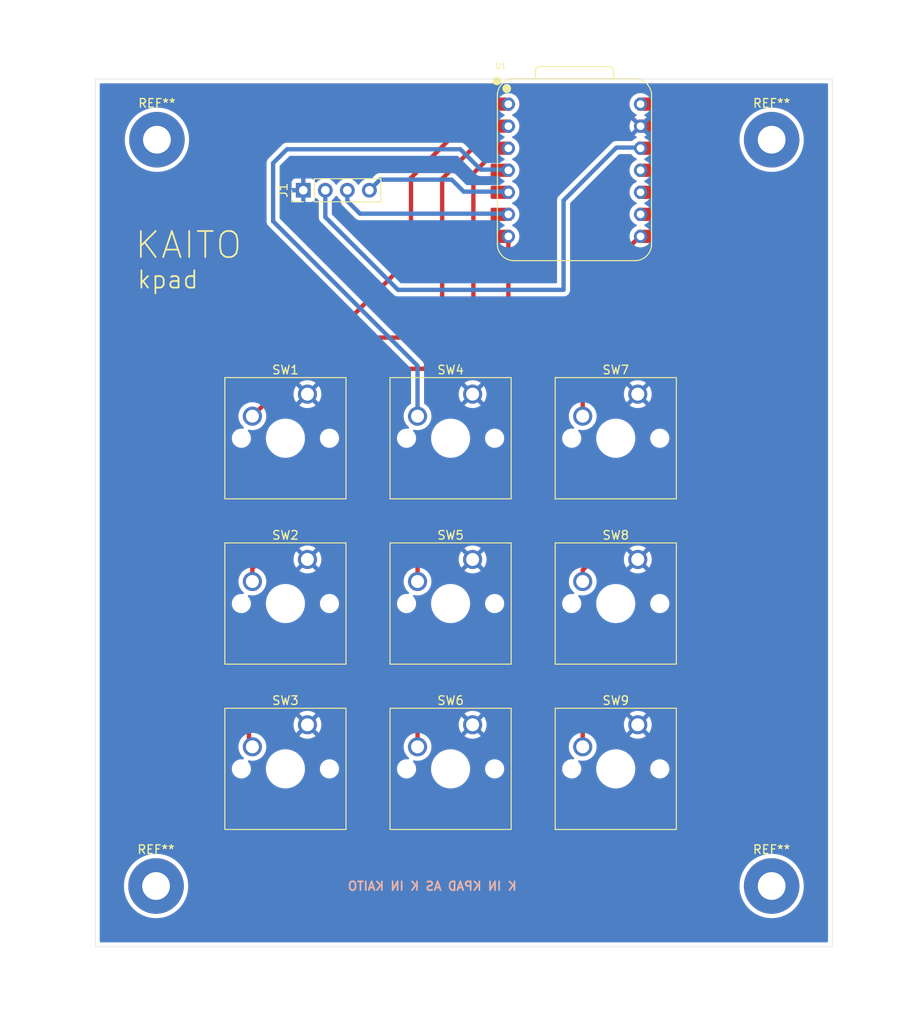
<source format=kicad_pcb>
(kicad_pcb (version 20240108) (generator "pcbnew") (generator_version "8.0")
  (layers (0 "F.Cu" signal) (31 "B.Cu" signal) (34 "B.Paste" user) (35 "F.Paste" user) (36 "B.SilkS" user "B.Silkscreen") (37 "F.SilkS" user "F.Silkscreen") (38 "B.Mask" user) (39 "F.Mask" user) (44 "Edge.Cuts" user))
  (net 0 "")
  (net 1 "/scl")
  (net 2 "/3.3v")
  (net 3 "/sda")
  (net 4 "GND")
  (net 5 "/1")
  (net 6 "/2")
  (net 7 "/3")
  (net 8 "/4")
  (net 9 "/5")
  (net 10 "/6")
  (net 11 "/7")
  (net 12 "/9")
  (net 13 "/8")
  (net 14 "+5V")
  (footprint "MountingHole:MountingHole_3.2mm_M3_Pad_TopBottom" (layer "F.Cu") (at 168 127.8)
    (property "Reference" "REF**" (at 0 -4.2 0) (layer "F.SilkS"))
    (property "Value" "MountingHole_3.2mm_M3_Pad_TopBottom")
    (pad "1" thru_hole circle (at 0 0) (size 3.6 3.6) (drill 3.2) (layers "*.Cu" "*.Mask" "In1.Cu" "In2.Cu" "In3.Cu" "In4.Cu" "In5.Cu" "In6.Cu" "In7.Cu" "In8.Cu" "In9.Cu" "In10.Cu" "In11.Cu" "In12.Cu" "In13.Cu" "In14.Cu" "In15.Cu" "In16.Cu" "In17.Cu" "In18.Cu" "In19.Cu" "In20.Cu" "In21.Cu" "In22.Cu" "In23.Cu" "In24.Cu" "In25.Cu" "In26.Cu" "In27.Cu" "In28.Cu" "In29.Cu" "In30.Cu"))
    (pad "1" connect circle (at 0 0) (size 6.4 6.4) (layers "F.Cu" "F.Mask"))
    (pad "1" connect circle (at 0 0) (size 6.4 6.4) (layers "B.Cu" "B.Mask"))
  )
  (footprint "Button_Switch_Keyboard:SW_Cherry_MX_1.00u_PCB" (layer "F.Cu") (at 152.55875 90.17)
    (property "Reference" "SW8" (at -2.54 -2.794 0) (layer "F.SilkS"))
    (property "Value" "SW_Push")
    (pad "" np_thru_hole circle (at -7.62 5.08) (size 1.7 1.7) (drill 1.7) (layers "*.Cu" "*.Mask" "In1.Cu" "In2.Cu" "In3.Cu" "In4.Cu" "In5.Cu" "In6.Cu" "In7.Cu" "In8.Cu" "In9.Cu" "In10.Cu" "In11.Cu" "In12.Cu" "In13.Cu" "In14.Cu" "In15.Cu" "In16.Cu" "In17.Cu" "In18.Cu" "In19.Cu" "In20.Cu" "In21.Cu" "In22.Cu" "In23.Cu" "In24.Cu" "In25.Cu" "In26.Cu" "In27.Cu" "In28.Cu" "In29.Cu" "In30.Cu"))
    (pad "" np_thru_hole circle (at -2.54 5.08) (size 4 4) (drill 4) (layers "*.Cu" "*.Mask" "In1.Cu" "In2.Cu" "In3.Cu" "In4.Cu" "In5.Cu" "In6.Cu" "In7.Cu" "In8.Cu" "In9.Cu" "In10.Cu" "In11.Cu" "In12.Cu" "In13.Cu" "In14.Cu" "In15.Cu" "In16.Cu" "In17.Cu" "In18.Cu" "In19.Cu" "In20.Cu" "In21.Cu" "In22.Cu" "In23.Cu" "In24.Cu" "In25.Cu" "In26.Cu" "In27.Cu" "In28.Cu" "In29.Cu" "In30.Cu"))
    (pad "" np_thru_hole circle (at 2.54 5.08) (size 1.7 1.7) (drill 1.7) (layers "*.Cu" "*.Mask" "In1.Cu" "In2.Cu" "In3.Cu" "In4.Cu" "In5.Cu" "In6.Cu" "In7.Cu" "In8.Cu" "In9.Cu" "In10.Cu" "In11.Cu" "In12.Cu" "In13.Cu" "In14.Cu" "In15.Cu" "In16.Cu" "In17.Cu" "In18.Cu" "In19.Cu" "In20.Cu" "In21.Cu" "In22.Cu" "In23.Cu" "In24.Cu" "In25.Cu" "In26.Cu" "In27.Cu" "In28.Cu" "In29.Cu" "In30.Cu"))
    (pad "1" thru_hole circle (at 0 0) (size 2.2 2.2) (drill 1.5) (layers "*.Cu" "*.Mask" "In1.Cu" "In2.Cu" "In3.Cu" "In4.Cu" "In5.Cu" "In6.Cu" "In7.Cu" "In8.Cu" "In9.Cu" "In10.Cu" "In11.Cu" "In12.Cu" "In13.Cu" "In14.Cu" "In15.Cu" "In16.Cu" "In17.Cu" "In18.Cu" "In19.Cu" "In20.Cu" "In21.Cu" "In22.Cu" "In23.Cu" "In24.Cu" "In25.Cu" "In26.Cu" "In27.Cu" "In28.Cu" "In29.Cu" "In30.Cu") (net 4 "GND"))
    (pad "2" thru_hole circle (at -6.35 2.54) (size 2.2 2.2) (drill 1.5) (layers "*.Cu" "*.Mask" "In1.Cu" "In2.Cu" "In3.Cu" "In4.Cu" "In5.Cu" "In6.Cu" "In7.Cu" "In8.Cu" "In9.Cu" "In10.Cu" "In11.Cu" "In12.Cu" "In13.Cu" "In14.Cu" "In15.Cu" "In16.Cu" "In17.Cu" "In18.Cu" "In19.Cu" "In20.Cu" "In21.Cu" "In22.Cu" "In23.Cu" "In24.Cu" "In25.Cu" "In26.Cu" "In27.Cu" "In28.Cu" "In29.Cu" "In30.Cu") (net 13 "/8"))
  )
  (footprint "Button_Switch_Keyboard:SW_Cherry_MX_1.00u_PCB" (layer "F.Cu") (at 133.50875 90.17)
    (property "Reference" "SW5" (at -2.54 -2.794 0) (layer "F.SilkS"))
    (property "Value" "SW_Push")
    (pad "" np_thru_hole circle (at -7.62 5.08) (size 1.7 1.7) (drill 1.7) (layers "*.Cu" "*.Mask" "In1.Cu" "In2.Cu" "In3.Cu" "In4.Cu" "In5.Cu" "In6.Cu" "In7.Cu" "In8.Cu" "In9.Cu" "In10.Cu" "In11.Cu" "In12.Cu" "In13.Cu" "In14.Cu" "In15.Cu" "In16.Cu" "In17.Cu" "In18.Cu" "In19.Cu" "In20.Cu" "In21.Cu" "In22.Cu" "In23.Cu" "In24.Cu" "In25.Cu" "In26.Cu" "In27.Cu" "In28.Cu" "In29.Cu" "In30.Cu"))
    (pad "" np_thru_hole circle (at -2.54 5.08) (size 4 4) (drill 4) (layers "*.Cu" "*.Mask" "In1.Cu" "In2.Cu" "In3.Cu" "In4.Cu" "In5.Cu" "In6.Cu" "In7.Cu" "In8.Cu" "In9.Cu" "In10.Cu" "In11.Cu" "In12.Cu" "In13.Cu" "In14.Cu" "In15.Cu" "In16.Cu" "In17.Cu" "In18.Cu" "In19.Cu" "In20.Cu" "In21.Cu" "In22.Cu" "In23.Cu" "In24.Cu" "In25.Cu" "In26.Cu" "In27.Cu" "In28.Cu" "In29.Cu" "In30.Cu"))
    (pad "" np_thru_hole circle (at 2.54 5.08) (size 1.7 1.7) (drill 1.7) (layers "*.Cu" "*.Mask" "In1.Cu" "In2.Cu" "In3.Cu" "In4.Cu" "In5.Cu" "In6.Cu" "In7.Cu" "In8.Cu" "In9.Cu" "In10.Cu" "In11.Cu" "In12.Cu" "In13.Cu" "In14.Cu" "In15.Cu" "In16.Cu" "In17.Cu" "In18.Cu" "In19.Cu" "In20.Cu" "In21.Cu" "In22.Cu" "In23.Cu" "In24.Cu" "In25.Cu" "In26.Cu" "In27.Cu" "In28.Cu" "In29.Cu" "In30.Cu"))
    (pad "1" thru_hole circle (at 0 0) (size 2.2 2.2) (drill 1.5) (layers "*.Cu" "*.Mask" "In1.Cu" "In2.Cu" "In3.Cu" "In4.Cu" "In5.Cu" "In6.Cu" "In7.Cu" "In8.Cu" "In9.Cu" "In10.Cu" "In11.Cu" "In12.Cu" "In13.Cu" "In14.Cu" "In15.Cu" "In16.Cu" "In17.Cu" "In18.Cu" "In19.Cu" "In20.Cu" "In21.Cu" "In22.Cu" "In23.Cu" "In24.Cu" "In25.Cu" "In26.Cu" "In27.Cu" "In28.Cu" "In29.Cu" "In30.Cu") (net 4 "GND"))
    (pad "2" thru_hole circle (at -6.35 2.54) (size 2.2 2.2) (drill 1.5) (layers "*.Cu" "*.Mask" "In1.Cu" "In2.Cu" "In3.Cu" "In4.Cu" "In5.Cu" "In6.Cu" "In7.Cu" "In8.Cu" "In9.Cu" "In10.Cu" "In11.Cu" "In12.Cu" "In13.Cu" "In14.Cu" "In15.Cu" "In16.Cu" "In17.Cu" "In18.Cu" "In19.Cu" "In20.Cu" "In21.Cu" "In22.Cu" "In23.Cu" "In24.Cu" "In25.Cu" "In26.Cu" "In27.Cu" "In28.Cu" "In29.Cu" "In30.Cu") (net 9 "/5"))
  )
  (footprint "Button_Switch_Keyboard:SW_Cherry_MX_1.00u_PCB" (layer "F.Cu") (at 133.50875 71.12)
    (property "Reference" "SW4" (at -2.54 -2.794 0) (layer "F.SilkS"))
    (property "Value" "SW_Push")
    (pad "" np_thru_hole circle (at -7.62 5.08) (size 1.7 1.7) (drill 1.7) (layers "*.Cu" "*.Mask" "In1.Cu" "In2.Cu" "In3.Cu" "In4.Cu" "In5.Cu" "In6.Cu" "In7.Cu" "In8.Cu" "In9.Cu" "In10.Cu" "In11.Cu" "In12.Cu" "In13.Cu" "In14.Cu" "In15.Cu" "In16.Cu" "In17.Cu" "In18.Cu" "In19.Cu" "In20.Cu" "In21.Cu" "In22.Cu" "In23.Cu" "In24.Cu" "In25.Cu" "In26.Cu" "In27.Cu" "In28.Cu" "In29.Cu" "In30.Cu"))
    (pad "" np_thru_hole circle (at -2.54 5.08) (size 4 4) (drill 4) (layers "*.Cu" "*.Mask" "In1.Cu" "In2.Cu" "In3.Cu" "In4.Cu" "In5.Cu" "In6.Cu" "In7.Cu" "In8.Cu" "In9.Cu" "In10.Cu" "In11.Cu" "In12.Cu" "In13.Cu" "In14.Cu" "In15.Cu" "In16.Cu" "In17.Cu" "In18.Cu" "In19.Cu" "In20.Cu" "In21.Cu" "In22.Cu" "In23.Cu" "In24.Cu" "In25.Cu" "In26.Cu" "In27.Cu" "In28.Cu" "In29.Cu" "In30.Cu"))
    (pad "" np_thru_hole circle (at 2.54 5.08) (size 1.7 1.7) (drill 1.7) (layers "*.Cu" "*.Mask" "In1.Cu" "In2.Cu" "In3.Cu" "In4.Cu" "In5.Cu" "In6.Cu" "In7.Cu" "In8.Cu" "In9.Cu" "In10.Cu" "In11.Cu" "In12.Cu" "In13.Cu" "In14.Cu" "In15.Cu" "In16.Cu" "In17.Cu" "In18.Cu" "In19.Cu" "In20.Cu" "In21.Cu" "In22.Cu" "In23.Cu" "In24.Cu" "In25.Cu" "In26.Cu" "In27.Cu" "In28.Cu" "In29.Cu" "In30.Cu"))
    (pad "1" thru_hole circle (at 0 0) (size 2.2 2.2) (drill 1.5) (layers "*.Cu" "*.Mask" "In1.Cu" "In2.Cu" "In3.Cu" "In4.Cu" "In5.Cu" "In6.Cu" "In7.Cu" "In8.Cu" "In9.Cu" "In10.Cu" "In11.Cu" "In12.Cu" "In13.Cu" "In14.Cu" "In15.Cu" "In16.Cu" "In17.Cu" "In18.Cu" "In19.Cu" "In20.Cu" "In21.Cu" "In22.Cu" "In23.Cu" "In24.Cu" "In25.Cu" "In26.Cu" "In27.Cu" "In28.Cu" "In29.Cu" "In30.Cu") (net 4 "GND"))
    (pad "2" thru_hole circle (at -6.35 2.54) (size 2.2 2.2) (drill 1.5) (layers "*.Cu" "*.Mask" "In1.Cu" "In2.Cu" "In3.Cu" "In4.Cu" "In5.Cu" "In6.Cu" "In7.Cu" "In8.Cu" "In9.Cu" "In10.Cu" "In11.Cu" "In12.Cu" "In13.Cu" "In14.Cu" "In15.Cu" "In16.Cu" "In17.Cu" "In18.Cu" "In19.Cu" "In20.Cu" "In21.Cu" "In22.Cu" "In23.Cu" "In24.Cu" "In25.Cu" "In26.Cu" "In27.Cu" "In28.Cu" "In29.Cu" "In30.Cu") (net 8 "/4"))
  )
  (footprint "Button_Switch_Keyboard:SW_Cherry_MX_1.00u_PCB" (layer "F.Cu") (at 152.55875 109.22)
    (property "Reference" "SW9" (at -2.54 -2.794 0) (layer "F.SilkS"))
    (property "Value" "SW_Push" (hide yes))
    (pad "" np_thru_hole circle (at -7.62 5.08) (size 1.7 1.7) (drill 1.7) (layers "*.Cu" "*.Mask" "In1.Cu" "In2.Cu" "In3.Cu" "In4.Cu" "In5.Cu" "In6.Cu" "In7.Cu" "In8.Cu" "In9.Cu" "In10.Cu" "In11.Cu" "In12.Cu" "In13.Cu" "In14.Cu" "In15.Cu" "In16.Cu" "In17.Cu" "In18.Cu" "In19.Cu" "In20.Cu" "In21.Cu" "In22.Cu" "In23.Cu" "In24.Cu" "In25.Cu" "In26.Cu" "In27.Cu" "In28.Cu" "In29.Cu" "In30.Cu"))
    (pad "" np_thru_hole circle (at -2.54 5.08) (size 4 4) (drill 4) (layers "*.Cu" "*.Mask" "In1.Cu" "In2.Cu" "In3.Cu" "In4.Cu" "In5.Cu" "In6.Cu" "In7.Cu" "In8.Cu" "In9.Cu" "In10.Cu" "In11.Cu" "In12.Cu" "In13.Cu" "In14.Cu" "In15.Cu" "In16.Cu" "In17.Cu" "In18.Cu" "In19.Cu" "In20.Cu" "In21.Cu" "In22.Cu" "In23.Cu" "In24.Cu" "In25.Cu" "In26.Cu" "In27.Cu" "In28.Cu" "In29.Cu" "In30.Cu"))
    (pad "" np_thru_hole circle (at 2.54 5.08) (size 1.7 1.7) (drill 1.7) (layers "*.Cu" "*.Mask" "In1.Cu" "In2.Cu" "In3.Cu" "In4.Cu" "In5.Cu" "In6.Cu" "In7.Cu" "In8.Cu" "In9.Cu" "In10.Cu" "In11.Cu" "In12.Cu" "In13.Cu" "In14.Cu" "In15.Cu" "In16.Cu" "In17.Cu" "In18.Cu" "In19.Cu" "In20.Cu" "In21.Cu" "In22.Cu" "In23.Cu" "In24.Cu" "In25.Cu" "In26.Cu" "In27.Cu" "In28.Cu" "In29.Cu" "In30.Cu"))
    (pad "1" thru_hole circle (at 0 0) (size 2.2 2.2) (drill 1.5) (layers "*.Cu" "*.Mask" "In1.Cu" "In2.Cu" "In3.Cu" "In4.Cu" "In5.Cu" "In6.Cu" "In7.Cu" "In8.Cu" "In9.Cu" "In10.Cu" "In11.Cu" "In12.Cu" "In13.Cu" "In14.Cu" "In15.Cu" "In16.Cu" "In17.Cu" "In18.Cu" "In19.Cu" "In20.Cu" "In21.Cu" "In22.Cu" "In23.Cu" "In24.Cu" "In25.Cu" "In26.Cu" "In27.Cu" "In28.Cu" "In29.Cu" "In30.Cu") (net 4 "GND"))
    (pad "2" thru_hole circle (at -6.35 2.54) (size 2.2 2.2) (drill 1.5) (layers "*.Cu" "*.Mask" "In1.Cu" "In2.Cu" "In3.Cu" "In4.Cu" "In5.Cu" "In6.Cu" "In7.Cu" "In8.Cu" "In9.Cu" "In10.Cu" "In11.Cu" "In12.Cu" "In13.Cu" "In14.Cu" "In15.Cu" "In16.Cu" "In17.Cu" "In18.Cu" "In19.Cu" "In20.Cu" "In21.Cu" "In22.Cu" "In23.Cu" "In24.Cu" "In25.Cu" "In26.Cu" "In27.Cu" "In28.Cu" "In29.Cu" "In30.Cu") (net 12 "/9"))
  )
  (footprint "opl lib:XIAO-RP2040-DIP" (layer "F.Cu") (at 145.25625 45.32)
    (property "Reference" "U1" (at -8.5 -12 0) (layer "F.SilkS") (effects (font (size 0.635 0.635) (thickness 0.1016))))
    (property "Value" "XIAO-RP2040-DIP")
    (pad "1" smd roundrect (at -8.455 -7.62 180) (size 2.432 1.524) (layers "F.Cu" "F.Mask") (roundrect_rratio 0.1) (net 5 "/1"))
    (pad "1" thru_hole circle (at -7.62 -7.62 180) (size 1.524 1.524) (drill 0.889) (layers "*.Cu" "*.Mask" "In1.Cu" "In2.Cu" "In3.Cu" "In4.Cu" "In5.Cu" "In6.Cu" "In7.Cu" "In8.Cu" "In9.Cu" "In10.Cu" "In11.Cu" "In12.Cu" "In13.Cu" "In14.Cu" "In15.Cu" "In16.Cu" "In17.Cu" "In18.Cu" "In19.Cu" "In20.Cu" "In21.Cu" "In22.Cu" "In23.Cu" "In24.Cu" "In25.Cu" "In26.Cu" "In27.Cu" "In28.Cu" "In29.Cu" "In30.Cu") (net 5 "/1"))
    (pad "2" smd roundrect (at -8.455 -5.08 180) (size 2.432 1.524) (layers "F.Cu" "F.Mask") (roundrect_rratio 0.1) (net 6 "/2"))
    (pad "2" thru_hole circle (at -7.62 -5.08 180) (size 1.524 1.524) (drill 0.889) (layers "*.Cu" "*.Mask" "In1.Cu" "In2.Cu" "In3.Cu" "In4.Cu" "In5.Cu" "In6.Cu" "In7.Cu" "In8.Cu" "In9.Cu" "In10.Cu" "In11.Cu" "In12.Cu" "In13.Cu" "In14.Cu" "In15.Cu" "In16.Cu" "In17.Cu" "In18.Cu" "In19.Cu" "In20.Cu" "In21.Cu" "In22.Cu" "In23.Cu" "In24.Cu" "In25.Cu" "In26.Cu" "In27.Cu" "In28.Cu" "In29.Cu" "In30.Cu") (net 6 "/2"))
    (pad "3" smd roundrect (at -8.455 -2.54 180) (size 2.432 1.524) (layers "F.Cu" "F.Mask") (roundrect_rratio 0.1) (net 7 "/3"))
    (pad "3" thru_hole circle (at -7.62 -2.54 180) (size 1.524 1.524) (drill 0.889) (layers "*.Cu" "*.Mask" "In1.Cu" "In2.Cu" "In3.Cu" "In4.Cu" "In5.Cu" "In6.Cu" "In7.Cu" "In8.Cu" "In9.Cu" "In10.Cu" "In11.Cu" "In12.Cu" "In13.Cu" "In14.Cu" "In15.Cu" "In16.Cu" "In17.Cu" "In18.Cu" "In19.Cu" "In20.Cu" "In21.Cu" "In22.Cu" "In23.Cu" "In24.Cu" "In25.Cu" "In26.Cu" "In27.Cu" "In28.Cu" "In29.Cu" "In30.Cu") (net 7 "/3"))
    (pad "4" smd roundrect (at -8.455 0 180) (size 2.432 1.524) (layers "F.Cu" "F.Mask") (roundrect_rratio 0.1) (net 8 "/4"))
    (pad "4" thru_hole circle (at -7.62 0 180) (size 1.524 1.524) (drill 0.889) (layers "*.Cu" "*.Mask" "In1.Cu" "In2.Cu" "In3.Cu" "In4.Cu" "In5.Cu" "In6.Cu" "In7.Cu" "In8.Cu" "In9.Cu" "In10.Cu" "In11.Cu" "In12.Cu" "In13.Cu" "In14.Cu" "In15.Cu" "In16.Cu" "In17.Cu" "In18.Cu" "In19.Cu" "In20.Cu" "In21.Cu" "In22.Cu" "In23.Cu" "In24.Cu" "In25.Cu" "In26.Cu" "In27.Cu" "In28.Cu" "In29.Cu" "In30.Cu") (net 8 "/4"))
    (pad "5" smd roundrect (at -8.455 2.54 180) (size 2.432 1.524) (layers "F.Cu" "F.Mask") (roundrect_rratio 0.1) (net 3 "/sda"))
    (pad "5" thru_hole circle (at -7.62 2.54 180) (size 1.524 1.524) (drill 0.889) (layers "*.Cu" "*.Mask" "In1.Cu" "In2.Cu" "In3.Cu" "In4.Cu" "In5.Cu" "In6.Cu" "In7.Cu" "In8.Cu" "In9.Cu" "In10.Cu" "In11.Cu" "In12.Cu" "In13.Cu" "In14.Cu" "In15.Cu" "In16.Cu" "In17.Cu" "In18.Cu" "In19.Cu" "In20.Cu" "In21.Cu" "In22.Cu" "In23.Cu" "In24.Cu" "In25.Cu" "In26.Cu" "In27.Cu" "In28.Cu" "In29.Cu" "In30.Cu") (net 3 "/sda"))
    (pad "6" smd roundrect (at -8.455 5.08 180) (size 2.432 1.524) (layers "F.Cu" "F.Mask") (roundrect_rratio 0.1) (net 1 "/scl"))
    (pad "6" thru_hole circle (at -7.62 5.08 180) (size 1.524 1.524) (drill 0.889) (layers "*.Cu" "*.Mask" "In1.Cu" "In2.Cu" "In3.Cu" "In4.Cu" "In5.Cu" "In6.Cu" "In7.Cu" "In8.Cu" "In9.Cu" "In10.Cu" "In11.Cu" "In12.Cu" "In13.Cu" "In14.Cu" "In15.Cu" "In16.Cu" "In17.Cu" "In18.Cu" "In19.Cu" "In20.Cu" "In21.Cu" "In22.Cu" "In23.Cu" "In24.Cu" "In25.Cu" "In26.Cu" "In27.Cu" "In28.Cu" "In29.Cu" "In30.Cu") (net 1 "/scl"))
    (pad "7" smd roundrect (at -8.455 7.62 180) (size 2.432 1.524) (layers "F.Cu" "F.Mask") (roundrect_rratio 0.1) (net 9 "/5"))
    (pad "7" thru_hole circle (at -7.62 7.62 180) (size 1.524 1.524) (drill 0.889) (layers "*.Cu" "*.Mask" "In1.Cu" "In2.Cu" "In3.Cu" "In4.Cu" "In5.Cu" "In6.Cu" "In7.Cu" "In8.Cu" "In9.Cu" "In10.Cu" "In11.Cu" "In12.Cu" "In13.Cu" "In14.Cu" "In15.Cu" "In16.Cu" "In17.Cu" "In18.Cu" "In19.Cu" "In20.Cu" "In21.Cu" "In22.Cu" "In23.Cu" "In24.Cu" "In25.Cu" "In26.Cu" "In27.Cu" "In28.Cu" "In29.Cu" "In30.Cu") (net 9 "/5"))
    (pad "8" thru_hole circle (at 7.62 7.62) (size 1.524 1.524) (drill 0.889) (layers "*.Cu" "*.Mask" "In1.Cu" "In2.Cu" "In3.Cu" "In4.Cu" "In5.Cu" "In6.Cu" "In7.Cu" "In8.Cu" "In9.Cu" "In10.Cu" "In11.Cu" "In12.Cu" "In13.Cu" "In14.Cu" "In15.Cu" "In16.Cu" "In17.Cu" "In18.Cu" "In19.Cu" "In20.Cu" "In21.Cu" "In22.Cu" "In23.Cu" "In24.Cu" "In25.Cu" "In26.Cu" "In27.Cu" "In28.Cu" "In29.Cu" "In30.Cu") (net 10 "/6"))
    (pad "8" smd roundrect (at 8.455 7.62) (size 2.432 1.524) (layers "F.Cu" "F.Mask") (roundrect_rratio 0.1) (net 10 "/6"))
    (pad "9" thru_hole circle (at 7.62 5.08) (size 1.524 1.524) (drill 0.889) (layers "*.Cu" "*.Mask" "In1.Cu" "In2.Cu" "In3.Cu" "In4.Cu" "In5.Cu" "In6.Cu" "In7.Cu" "In8.Cu" "In9.Cu" "In10.Cu" "In11.Cu" "In12.Cu" "In13.Cu" "In14.Cu" "In15.Cu" "In16.Cu" "In17.Cu" "In18.Cu" "In19.Cu" "In20.Cu" "In21.Cu" "In22.Cu" "In23.Cu" "In24.Cu" "In25.Cu" "In26.Cu" "In27.Cu" "In28.Cu" "In29.Cu" "In30.Cu") (net 11 "/7"))
    (pad "9" smd roundrect (at 8.455 5.08) (size 2.432 1.524) (layers "F.Cu" "F.Mask") (roundrect_rratio 0.1) (net 11 "/7"))
    (pad "10" thru_hole circle (at 7.62 2.54) (size 1.524 1.524) (drill 0.889) (layers "*.Cu" "*.Mask" "In1.Cu" "In2.Cu" "In3.Cu" "In4.Cu" "In5.Cu" "In6.Cu" "In7.Cu" "In8.Cu" "In9.Cu" "In10.Cu" "In11.Cu" "In12.Cu" "In13.Cu" "In14.Cu" "In15.Cu" "In16.Cu" "In17.Cu" "In18.Cu" "In19.Cu" "In20.Cu" "In21.Cu" "In22.Cu" "In23.Cu" "In24.Cu" "In25.Cu" "In26.Cu" "In27.Cu" "In28.Cu" "In29.Cu" "In30.Cu") (net 13 "/8"))
    (pad "10" smd roundrect (at 8.455 2.54) (size 2.432 1.524) (layers "F.Cu" "F.Mask") (roundrect_rratio 0.1) (net 13 "/8"))
    (pad "11" thru_hole circle (at 7.62 0) (size 1.524 1.524) (drill 0.889) (layers "*.Cu" "*.Mask" "In1.Cu" "In2.Cu" "In3.Cu" "In4.Cu" "In5.Cu" "In6.Cu" "In7.Cu" "In8.Cu" "In9.Cu" "In10.Cu" "In11.Cu" "In12.Cu" "In13.Cu" "In14.Cu" "In15.Cu" "In16.Cu" "In17.Cu" "In18.Cu" "In19.Cu" "In20.Cu" "In21.Cu" "In22.Cu" "In23.Cu" "In24.Cu" "In25.Cu" "In26.Cu" "In27.Cu" "In28.Cu" "In29.Cu" "In30.Cu") (net 12 "/9"))
    (pad "11" smd roundrect (at 8.455 0) (size 2.432 1.524) (layers "F.Cu" "F.Mask") (roundrect_rratio 0.1) (net 12 "/9"))
    (pad "12" thru_hole circle (at 7.62 -2.54) (size 1.524 1.524) (drill 0.889) (layers "*.Cu" "*.Mask" "In1.Cu" "In2.Cu" "In3.Cu" "In4.Cu" "In5.Cu" "In6.Cu" "In7.Cu" "In8.Cu" "In9.Cu" "In10.Cu" "In11.Cu" "In12.Cu" "In13.Cu" "In14.Cu" "In15.Cu" "In16.Cu" "In17.Cu" "In18.Cu" "In19.Cu" "In20.Cu" "In21.Cu" "In22.Cu" "In23.Cu" "In24.Cu" "In25.Cu" "In26.Cu" "In27.Cu" "In28.Cu" "In29.Cu" "In30.Cu") (net 2 "/3.3v"))
    (pad "12" smd roundrect (at 8.455 -2.54) (size 2.432 1.524) (layers "F.Cu" "F.Mask") (roundrect_rratio 0.1) (net 2 "/3.3v"))
    (pad "13" thru_hole circle (at 7.62 -5.08) (size 1.524 1.524) (drill 0.889) (layers "*.Cu" "*.Mask" "In1.Cu" "In2.Cu" "In3.Cu" "In4.Cu" "In5.Cu" "In6.Cu" "In7.Cu" "In8.Cu" "In9.Cu" "In10.Cu" "In11.Cu" "In12.Cu" "In13.Cu" "In14.Cu" "In15.Cu" "In16.Cu" "In17.Cu" "In18.Cu" "In19.Cu" "In20.Cu" "In21.Cu" "In22.Cu" "In23.Cu" "In24.Cu" "In25.Cu" "In26.Cu" "In27.Cu" "In28.Cu" "In29.Cu" "In30.Cu") (net 4 "GND"))
    (pad "13" smd roundrect (at 8.455 -5.08) (size 2.432 1.524) (layers "F.Cu" "F.Mask") (roundrect_rratio 0.1) (net 4 "GND"))
    (pad "14" thru_hole circle (at 7.62 -7.62) (size 1.524 1.524) (drill 0.889) (layers "*.Cu" "*.Mask" "In1.Cu" "In2.Cu" "In3.Cu" "In4.Cu" "In5.Cu" "In6.Cu" "In7.Cu" "In8.Cu" "In9.Cu" "In10.Cu" "In11.Cu" "In12.Cu" "In13.Cu" "In14.Cu" "In15.Cu" "In16.Cu" "In17.Cu" "In18.Cu" "In19.Cu" "In20.Cu" "In21.Cu" "In22.Cu" "In23.Cu" "In24.Cu" "In25.Cu" "In26.Cu" "In27.Cu" "In28.Cu" "In29.Cu" "In30.Cu") (net 14 "+5V"))
    (pad "14" smd roundrect (at 8.455 -7.62) (size 2.432 1.524) (layers "F.Cu" "F.Mask") (roundrect_rratio 0.1) (net 14 "+5V"))
  )
  (footprint "Button_Switch_Keyboard:SW_Cherry_MX_1.00u_PCB" (layer "F.Cu") (at 152.55875 71.12)
    (property "Reference" "SW7" (at -2.54 -2.794 0) (layer "F.SilkS"))
    (property "Value" "SW_Push")
    (pad "" np_thru_hole circle (at -7.62 5.08) (size 1.7 1.7) (drill 1.7) (layers "*.Cu" "*.Mask" "In1.Cu" "In2.Cu" "In3.Cu" "In4.Cu" "In5.Cu" "In6.Cu" "In7.Cu" "In8.Cu" "In9.Cu" "In10.Cu" "In11.Cu" "In12.Cu" "In13.Cu" "In14.Cu" "In15.Cu" "In16.Cu" "In17.Cu" "In18.Cu" "In19.Cu" "In20.Cu" "In21.Cu" "In22.Cu" "In23.Cu" "In24.Cu" "In25.Cu" "In26.Cu" "In27.Cu" "In28.Cu" "In29.Cu" "In30.Cu"))
    (pad "" np_thru_hole circle (at -2.54 5.08) (size 4 4) (drill 4) (layers "*.Cu" "*.Mask" "In1.Cu" "In2.Cu" "In3.Cu" "In4.Cu" "In5.Cu" "In6.Cu" "In7.Cu" "In8.Cu" "In9.Cu" "In10.Cu" "In11.Cu" "In12.Cu" "In13.Cu" "In14.Cu" "In15.Cu" "In16.Cu" "In17.Cu" "In18.Cu" "In19.Cu" "In20.Cu" "In21.Cu" "In22.Cu" "In23.Cu" "In24.Cu" "In25.Cu" "In26.Cu" "In27.Cu" "In28.Cu" "In29.Cu" "In30.Cu"))
    (pad "" np_thru_hole circle (at 2.54 5.08) (size 1.7 1.7) (drill 1.7) (layers "*.Cu" "*.Mask" "In1.Cu" "In2.Cu" "In3.Cu" "In4.Cu" "In5.Cu" "In6.Cu" "In7.Cu" "In8.Cu" "In9.Cu" "In10.Cu" "In11.Cu" "In12.Cu" "In13.Cu" "In14.Cu" "In15.Cu" "In16.Cu" "In17.Cu" "In18.Cu" "In19.Cu" "In20.Cu" "In21.Cu" "In22.Cu" "In23.Cu" "In24.Cu" "In25.Cu" "In26.Cu" "In27.Cu" "In28.Cu" "In29.Cu" "In30.Cu"))
    (pad "1" thru_hole circle (at 0 0) (size 2.2 2.2) (drill 1.5) (layers "*.Cu" "*.Mask" "In1.Cu" "In2.Cu" "In3.Cu" "In4.Cu" "In5.Cu" "In6.Cu" "In7.Cu" "In8.Cu" "In9.Cu" "In10.Cu" "In11.Cu" "In12.Cu" "In13.Cu" "In14.Cu" "In15.Cu" "In16.Cu" "In17.Cu" "In18.Cu" "In19.Cu" "In20.Cu" "In21.Cu" "In22.Cu" "In23.Cu" "In24.Cu" "In25.Cu" "In26.Cu" "In27.Cu" "In28.Cu" "In29.Cu" "In30.Cu") (net 4 "GND"))
    (pad "2" thru_hole circle (at -6.35 2.54) (size 2.2 2.2) (drill 1.5) (layers "*.Cu" "*.Mask" "In1.Cu" "In2.Cu" "In3.Cu" "In4.Cu" "In5.Cu" "In6.Cu" "In7.Cu" "In8.Cu" "In9.Cu" "In10.Cu" "In11.Cu" "In12.Cu" "In13.Cu" "In14.Cu" "In15.Cu" "In16.Cu" "In17.Cu" "In18.Cu" "In19.Cu" "In20.Cu" "In21.Cu" "In22.Cu" "In23.Cu" "In24.Cu" "In25.Cu" "In26.Cu" "In27.Cu" "In28.Cu" "In29.Cu" "In30.Cu") (net 11 "/7"))
  )
  (footprint "Button_Switch_Keyboard:SW_Cherry_MX_1.00u_PCB" (layer "F.Cu") (at 114.45875 71.12)
    (property "Reference" "SW1" (at -2.54 -2.794 0) (layer "F.SilkS"))
    (property "Value" "SW_Push")
    (pad "" np_thru_hole circle (at -7.62 5.08) (size 1.7 1.7) (drill 1.7) (layers "*.Cu" "*.Mask" "In1.Cu" "In2.Cu" "In3.Cu" "In4.Cu" "In5.Cu" "In6.Cu" "In7.Cu" "In8.Cu" "In9.Cu" "In10.Cu" "In11.Cu" "In12.Cu" "In13.Cu" "In14.Cu" "In15.Cu" "In16.Cu" "In17.Cu" "In18.Cu" "In19.Cu" "In20.Cu" "In21.Cu" "In22.Cu" "In23.Cu" "In24.Cu" "In25.Cu" "In26.Cu" "In27.Cu" "In28.Cu" "In29.Cu" "In30.Cu"))
    (pad "" np_thru_hole circle (at -2.54 5.08) (size 4 4) (drill 4) (layers "*.Cu" "*.Mask" "In1.Cu" "In2.Cu" "In3.Cu" "In4.Cu" "In5.Cu" "In6.Cu" "In7.Cu" "In8.Cu" "In9.Cu" "In10.Cu" "In11.Cu" "In12.Cu" "In13.Cu" "In14.Cu" "In15.Cu" "In16.Cu" "In17.Cu" "In18.Cu" "In19.Cu" "In20.Cu" "In21.Cu" "In22.Cu" "In23.Cu" "In24.Cu" "In25.Cu" "In26.Cu" "In27.Cu" "In28.Cu" "In29.Cu" "In30.Cu"))
    (pad "" np_thru_hole circle (at 2.54 5.08) (size 1.7 1.7) (drill 1.7) (layers "*.Cu" "*.Mask" "In1.Cu" "In2.Cu" "In3.Cu" "In4.Cu" "In5.Cu" "In6.Cu" "In7.Cu" "In8.Cu" "In9.Cu" "In10.Cu" "In11.Cu" "In12.Cu" "In13.Cu" "In14.Cu" "In15.Cu" "In16.Cu" "In17.Cu" "In18.Cu" "In19.Cu" "In20.Cu" "In21.Cu" "In22.Cu" "In23.Cu" "In24.Cu" "In25.Cu" "In26.Cu" "In27.Cu" "In28.Cu" "In29.Cu" "In30.Cu"))
    (pad "1" thru_hole circle (at 0 0) (size 2.2 2.2) (drill 1.5) (layers "*.Cu" "*.Mask" "In1.Cu" "In2.Cu" "In3.Cu" "In4.Cu" "In5.Cu" "In6.Cu" "In7.Cu" "In8.Cu" "In9.Cu" "In10.Cu" "In11.Cu" "In12.Cu" "In13.Cu" "In14.Cu" "In15.Cu" "In16.Cu" "In17.Cu" "In18.Cu" "In19.Cu" "In20.Cu" "In21.Cu" "In22.Cu" "In23.Cu" "In24.Cu" "In25.Cu" "In26.Cu" "In27.Cu" "In28.Cu" "In29.Cu" "In30.Cu") (net 4 "GND"))
    (pad "2" thru_hole circle (at -6.35 2.54) (size 2.2 2.2) (drill 1.5) (layers "*.Cu" "*.Mask" "In1.Cu" "In2.Cu" "In3.Cu" "In4.Cu" "In5.Cu" "In6.Cu" "In7.Cu" "In8.Cu" "In9.Cu" "In10.Cu" "In11.Cu" "In12.Cu" "In13.Cu" "In14.Cu" "In15.Cu" "In16.Cu" "In17.Cu" "In18.Cu" "In19.Cu" "In20.Cu" "In21.Cu" "In22.Cu" "In23.Cu" "In24.Cu" "In25.Cu" "In26.Cu" "In27.Cu" "In28.Cu" "In29.Cu" "In30.Cu") (net 5 "/1"))
  )
  (footprint "Button_Switch_Keyboard:SW_Cherry_MX_1.00u_PCB" (layer "F.Cu") (at 114.45875 109.22)
    (property "Reference" "SW3" (at -2.54 -2.794 0) (layer "F.SilkS"))
    (property "Value" "SW_Push" (hide yes))
    (pad "" np_thru_hole circle (at -7.62 5.08) (size 1.7 1.7) (drill 1.7) (layers "*.Cu" "*.Mask" "In1.Cu" "In2.Cu" "In3.Cu" "In4.Cu" "In5.Cu" "In6.Cu" "In7.Cu" "In8.Cu" "In9.Cu" "In10.Cu" "In11.Cu" "In12.Cu" "In13.Cu" "In14.Cu" "In15.Cu" "In16.Cu" "In17.Cu" "In18.Cu" "In19.Cu" "In20.Cu" "In21.Cu" "In22.Cu" "In23.Cu" "In24.Cu" "In25.Cu" "In26.Cu" "In27.Cu" "In28.Cu" "In29.Cu" "In30.Cu"))
    (pad "" np_thru_hole circle (at -2.54 5.08) (size 4 4) (drill 4) (layers "*.Cu" "*.Mask" "In1.Cu" "In2.Cu" "In3.Cu" "In4.Cu" "In5.Cu" "In6.Cu" "In7.Cu" "In8.Cu" "In9.Cu" "In10.Cu" "In11.Cu" "In12.Cu" "In13.Cu" "In14.Cu" "In15.Cu" "In16.Cu" "In17.Cu" "In18.Cu" "In19.Cu" "In20.Cu" "In21.Cu" "In22.Cu" "In23.Cu" "In24.Cu" "In25.Cu" "In26.Cu" "In27.Cu" "In28.Cu" "In29.Cu" "In30.Cu"))
    (pad "" np_thru_hole circle (at 2.54 5.08) (size 1.7 1.7) (drill 1.7) (layers "*.Cu" "*.Mask" "In1.Cu" "In2.Cu" "In3.Cu" "In4.Cu" "In5.Cu" "In6.Cu" "In7.Cu" "In8.Cu" "In9.Cu" "In10.Cu" "In11.Cu" "In12.Cu" "In13.Cu" "In14.Cu" "In15.Cu" "In16.Cu" "In17.Cu" "In18.Cu" "In19.Cu" "In20.Cu" "In21.Cu" "In22.Cu" "In23.Cu" "In24.Cu" "In25.Cu" "In26.Cu" "In27.Cu" "In28.Cu" "In29.Cu" "In30.Cu"))
    (pad "1" thru_hole circle (at 0 0) (size 2.2 2.2) (drill 1.5) (layers "*.Cu" "*.Mask" "In1.Cu" "In2.Cu" "In3.Cu" "In4.Cu" "In5.Cu" "In6.Cu" "In7.Cu" "In8.Cu" "In9.Cu" "In10.Cu" "In11.Cu" "In12.Cu" "In13.Cu" "In14.Cu" "In15.Cu" "In16.Cu" "In17.Cu" "In18.Cu" "In19.Cu" "In20.Cu" "In21.Cu" "In22.Cu" "In23.Cu" "In24.Cu" "In25.Cu" "In26.Cu" "In27.Cu" "In28.Cu" "In29.Cu" "In30.Cu") (net 4 "GND"))
    (pad "2" thru_hole circle (at -6.35 2.54) (size 2.2 2.2) (drill 1.5) (layers "*.Cu" "*.Mask" "In1.Cu" "In2.Cu" "In3.Cu" "In4.Cu" "In5.Cu" "In6.Cu" "In7.Cu" "In8.Cu" "In9.Cu" "In10.Cu" "In11.Cu" "In12.Cu" "In13.Cu" "In14.Cu" "In15.Cu" "In16.Cu" "In17.Cu" "In18.Cu" "In19.Cu" "In20.Cu" "In21.Cu" "In22.Cu" "In23.Cu" "In24.Cu" "In25.Cu" "In26.Cu" "In27.Cu" "In28.Cu" "In29.Cu" "In30.Cu") (net 7 "/3"))
  )
  (footprint "MountingHole:MountingHole_3.2mm_M3_Pad_TopBottom" (layer "F.Cu") (at 97.1 41.8)
    (property "Reference" "REF**" (at 0 -4.2 0) (layer "F.SilkS"))
    (property "Value" "MountingHole_3.2mm_M3_Pad_TopBottom")
    (pad "1" thru_hole circle (at 0 0) (size 3.6 3.6) (drill 3.2) (layers "*.Cu" "*.Mask" "In1.Cu" "In2.Cu" "In3.Cu" "In4.Cu" "In5.Cu" "In6.Cu" "In7.Cu" "In8.Cu" "In9.Cu" "In10.Cu" "In11.Cu" "In12.Cu" "In13.Cu" "In14.Cu" "In15.Cu" "In16.Cu" "In17.Cu" "In18.Cu" "In19.Cu" "In20.Cu" "In21.Cu" "In22.Cu" "In23.Cu" "In24.Cu" "In25.Cu" "In26.Cu" "In27.Cu" "In28.Cu" "In29.Cu" "In30.Cu"))
    (pad "1" connect circle (at 0 0) (size 6.4 6.4) (layers "F.Cu" "F.Mask"))
    (pad "1" connect circle (at 0 0) (size 6.4 6.4) (layers "B.Cu" "B.Mask"))
  )
  (footprint "MountingHole:MountingHole_3.2mm_M3_Pad_TopBottom" (layer "F.Cu") (at 168 41.8)
    (property "Reference" "REF**" (at 0 -4.2 0) (layer "F.SilkS"))
    (property "Value" "MountingHole_3.2mm_M3_Pad_TopBottom")
    (pad "1" thru_hole circle (at 0 0) (size 3.6 3.6) (drill 3.2) (layers "*.Cu" "*.Mask" "In1.Cu" "In2.Cu" "In3.Cu" "In4.Cu" "In5.Cu" "In6.Cu" "In7.Cu" "In8.Cu" "In9.Cu" "In10.Cu" "In11.Cu" "In12.Cu" "In13.Cu" "In14.Cu" "In15.Cu" "In16.Cu" "In17.Cu" "In18.Cu" "In19.Cu" "In20.Cu" "In21.Cu" "In22.Cu" "In23.Cu" "In24.Cu" "In25.Cu" "In26.Cu" "In27.Cu" "In28.Cu" "In29.Cu" "In30.Cu"))
    (pad "1" connect circle (at 0 0) (size 6.4 6.4) (layers "F.Cu" "F.Mask"))
    (pad "1" connect circle (at 0 0) (size 6.4 6.4) (layers "B.Cu" "B.Mask"))
  )
  (footprint "MountingHole:MountingHole_3.2mm_M3_Pad_TopBottom" (layer "F.Cu") (at 97 127.8)
    (property "Reference" "REF**" (at 0 -4.2 0) (layer "F.SilkS"))
    (property "Value" "MountingHole_3.2mm_M3_Pad_TopBottom")
    (pad "1" thru_hole circle (at 0 0) (size 3.6 3.6) (drill 3.2) (layers "*.Cu" "*.Mask" "In1.Cu" "In2.Cu" "In3.Cu" "In4.Cu" "In5.Cu" "In6.Cu" "In7.Cu" "In8.Cu" "In9.Cu" "In10.Cu" "In11.Cu" "In12.Cu" "In13.Cu" "In14.Cu" "In15.Cu" "In16.Cu" "In17.Cu" "In18.Cu" "In19.Cu" "In20.Cu" "In21.Cu" "In22.Cu" "In23.Cu" "In24.Cu" "In25.Cu" "In26.Cu" "In27.Cu" "In28.Cu" "In29.Cu" "In30.Cu"))
    (pad "1" connect circle (at 0 0) (size 6.4 6.4) (layers "F.Cu" "F.Mask"))
    (pad "1" connect circle (at 0 0) (size 6.4 6.4) (layers "B.Cu" "B.Mask"))
  )
  (footprint "Connector_PinHeader_2.54mm:PinHeader_1x04_P2.54mm_Vertical" (layer "F.Cu") (at 113.9825 47.625 90)
    (property "Reference" "J1" (at 0 -2.33 90) (layer "F.SilkS"))
    (property "Value" "Conn_01x04_Socket")
    (pad "1" thru_hole rect (at 0 0 90) (size 1.7 1.7) (drill 1) (layers "*.Cu" "*.Mask" "In1.Cu" "In2.Cu" "In3.Cu" "In4.Cu" "In5.Cu" "In6.Cu" "In7.Cu" "In8.Cu" "In9.Cu" "In10.Cu" "In11.Cu" "In12.Cu" "In13.Cu" "In14.Cu" "In15.Cu" "In16.Cu" "In17.Cu" "In18.Cu" "In19.Cu" "In20.Cu" "In21.Cu" "In22.Cu" "In23.Cu" "In24.Cu" "In25.Cu" "In26.Cu" "In27.Cu" "In28.Cu" "In29.Cu" "In30.Cu") (net 4 "GND"))
    (pad "2" thru_hole oval (at 0 2.54 90) (size 1.7 1.7) (drill 1) (layers "*.Cu" "*.Mask" "In1.Cu" "In2.Cu" "In3.Cu" "In4.Cu" "In5.Cu" "In6.Cu" "In7.Cu" "In8.Cu" "In9.Cu" "In10.Cu" "In11.Cu" "In12.Cu" "In13.Cu" "In14.Cu" "In15.Cu" "In16.Cu" "In17.Cu" "In18.Cu" "In19.Cu" "In20.Cu" "In21.Cu" "In22.Cu" "In23.Cu" "In24.Cu" "In25.Cu" "In26.Cu" "In27.Cu" "In28.Cu" "In29.Cu" "In30.Cu") (net 2 "/3.3v"))
    (pad "3" thru_hole oval (at 0 5.08 90) (size 1.7 1.7) (drill 1) (layers "*.Cu" "*.Mask" "In1.Cu" "In2.Cu" "In3.Cu" "In4.Cu" "In5.Cu" "In6.Cu" "In7.Cu" "In8.Cu" "In9.Cu" "In10.Cu" "In11.Cu" "In12.Cu" "In13.Cu" "In14.Cu" "In15.Cu" "In16.Cu" "In17.Cu" "In18.Cu" "In19.Cu" "In20.Cu" "In21.Cu" "In22.Cu" "In23.Cu" "In24.Cu" "In25.Cu" "In26.Cu" "In27.Cu" "In28.Cu" "In29.Cu" "In30.Cu") (net 1 "/scl"))
    (pad "4" thru_hole oval (at 0 7.62 90) (size 1.7 1.7) (drill 1) (layers "*.Cu" "*.Mask" "In1.Cu" "In2.Cu" "In3.Cu" "In4.Cu" "In5.Cu" "In6.Cu" "In7.Cu" "In8.Cu" "In9.Cu" "In10.Cu" "In11.Cu" "In12.Cu" "In13.Cu" "In14.Cu" "In15.Cu" "In16.Cu" "In17.Cu" "In18.Cu" "In19.Cu" "In20.Cu" "In21.Cu" "In22.Cu" "In23.Cu" "In24.Cu" "In25.Cu" "In26.Cu" "In27.Cu" "In28.Cu" "In29.Cu" "In30.Cu") (net 3 "/sda"))
  )
  (footprint "Button_Switch_Keyboard:SW_Cherry_MX_1.00u_PCB" (layer "F.Cu") (at 114.45875 90.17)
    (property "Reference" "SW2" (at -2.54 -2.794 0) (layer "F.SilkS"))
    (property "Value" "SW_Push")
    (pad "" np_thru_hole circle (at -7.62 5.08) (size 1.7 1.7) (drill 1.7) (layers "*.Cu" "*.Mask" "In1.Cu" "In2.Cu" "In3.Cu" "In4.Cu" "In5.Cu" "In6.Cu" "In7.Cu" "In8.Cu" "In9.Cu" "In10.Cu" "In11.Cu" "In12.Cu" "In13.Cu" "In14.Cu" "In15.Cu" "In16.Cu" "In17.Cu" "In18.Cu" "In19.Cu" "In20.Cu" "In21.Cu" "In22.Cu" "In23.Cu" "In24.Cu" "In25.Cu" "In26.Cu" "In27.Cu" "In28.Cu" "In29.Cu" "In30.Cu"))
    (pad "" np_thru_hole circle (at -2.54 5.08) (size 4 4) (drill 4) (layers "*.Cu" "*.Mask" "In1.Cu" "In2.Cu" "In3.Cu" "In4.Cu" "In5.Cu" "In6.Cu" "In7.Cu" "In8.Cu" "In9.Cu" "In10.Cu" "In11.Cu" "In12.Cu" "In13.Cu" "In14.Cu" "In15.Cu" "In16.Cu" "In17.Cu" "In18.Cu" "In19.Cu" "In20.Cu" "In21.Cu" "In22.Cu" "In23.Cu" "In24.Cu" "In25.Cu" "In26.Cu" "In27.Cu" "In28.Cu" "In29.Cu" "In30.Cu"))
    (pad "" np_thru_hole circle (at 2.54 5.08) (size 1.7 1.7) (drill 1.7) (layers "*.Cu" "*.Mask" "In1.Cu" "In2.Cu" "In3.Cu" "In4.Cu" "In5.Cu" "In6.Cu" "In7.Cu" "In8.Cu" "In9.Cu" "In10.Cu" "In11.Cu" "In12.Cu" "In13.Cu" "In14.Cu" "In15.Cu" "In16.Cu" "In17.Cu" "In18.Cu" "In19.Cu" "In20.Cu" "In21.Cu" "In22.Cu" "In23.Cu" "In24.Cu" "In25.Cu" "In26.Cu" "In27.Cu" "In28.Cu" "In29.Cu" "In30.Cu"))
    (pad "1" thru_hole circle (at 0 0) (size 2.2 2.2) (drill 1.5) (layers "*.Cu" "*.Mask" "In1.Cu" "In2.Cu" "In3.Cu" "In4.Cu" "In5.Cu" "In6.Cu" "In7.Cu" "In8.Cu" "In9.Cu" "In10.Cu" "In11.Cu" "In12.Cu" "In13.Cu" "In14.Cu" "In15.Cu" "In16.Cu" "In17.Cu" "In18.Cu" "In19.Cu" "In20.Cu" "In21.Cu" "In22.Cu" "In23.Cu" "In24.Cu" "In25.Cu" "In26.Cu" "In27.Cu" "In28.Cu" "In29.Cu" "In30.Cu") (net 4 "GND"))
    (pad "2" thru_hole circle (at -6.35 2.54) (size 2.2 2.2) (drill 1.5) (layers "*.Cu" "*.Mask" "In1.Cu" "In2.Cu" "In3.Cu" "In4.Cu" "In5.Cu" "In6.Cu" "In7.Cu" "In8.Cu" "In9.Cu" "In10.Cu" "In11.Cu" "In12.Cu" "In13.Cu" "In14.Cu" "In15.Cu" "In16.Cu" "In17.Cu" "In18.Cu" "In19.Cu" "In20.Cu" "In21.Cu" "In22.Cu" "In23.Cu" "In24.Cu" "In25.Cu" "In26.Cu" "In27.Cu" "In28.Cu" "In29.Cu" "In30.Cu") (net 6 "/2"))
  )
  (footprint "Button_Switch_Keyboard:SW_Cherry_MX_1.00u_PCB" (layer "F.Cu") (at 133.50875 109.22)
    (property "Reference" "SW6" (at -2.54 -2.794 0) (layer "F.SilkS"))
    (property "Value" "SW_Push" (hide yes))
    (pad "" np_thru_hole circle (at -7.62 5.08) (size 1.7 1.7) (drill 1.7) (layers "*.Cu" "*.Mask" "In1.Cu" "In2.Cu" "In3.Cu" "In4.Cu" "In5.Cu" "In6.Cu" "In7.Cu" "In8.Cu" "In9.Cu" "In10.Cu" "In11.Cu" "In12.Cu" "In13.Cu" "In14.Cu" "In15.Cu" "In16.Cu" "In17.Cu" "In18.Cu" "In19.Cu" "In20.Cu" "In21.Cu" "In22.Cu" "In23.Cu" "In24.Cu" "In25.Cu" "In26.Cu" "In27.Cu" "In28.Cu" "In29.Cu" "In30.Cu"))
    (pad "" np_thru_hole circle (at -2.54 5.08) (size 4 4) (drill 4) (layers "*.Cu" "*.Mask" "In1.Cu" "In2.Cu" "In3.Cu" "In4.Cu" "In5.Cu" "In6.Cu" "In7.Cu" "In8.Cu" "In9.Cu" "In10.Cu" "In11.Cu" "In12.Cu" "In13.Cu" "In14.Cu" "In15.Cu" "In16.Cu" "In17.Cu" "In18.Cu" "In19.Cu" "In20.Cu" "In21.Cu" "In22.Cu" "In23.Cu" "In24.Cu" "In25.Cu" "In26.Cu" "In27.Cu" "In28.Cu" "In29.Cu" "In30.Cu"))
    (pad "" np_thru_hole circle (at 2.54 5.08) (size 1.7 1.7) (drill 1.7) (layers "*.Cu" "*.Mask" "In1.Cu" "In2.Cu" "In3.Cu" "In4.Cu" "In5.Cu" "In6.Cu" "In7.Cu" "In8.Cu" "In9.Cu" "In10.Cu" "In11.Cu" "In12.Cu" "In13.Cu" "In14.Cu" "In15.Cu" "In16.Cu" "In17.Cu" "In18.Cu" "In19.Cu" "In20.Cu" "In21.Cu" "In22.Cu" "In23.Cu" "In24.Cu" "In25.Cu" "In26.Cu" "In27.Cu" "In28.Cu" "In29.Cu" "In30.Cu"))
    (pad "1" thru_hole circle (at 0 0) (size 2.2 2.2) (drill 1.5) (layers "*.Cu" "*.Mask" "In1.Cu" "In2.Cu" "In3.Cu" "In4.Cu" "In5.Cu" "In6.Cu" "In7.Cu" "In8.Cu" "In9.Cu" "In10.Cu" "In11.Cu" "In12.Cu" "In13.Cu" "In14.Cu" "In15.Cu" "In16.Cu" "In17.Cu" "In18.Cu" "In19.Cu" "In20.Cu" "In21.Cu" "In22.Cu" "In23.Cu" "In24.Cu" "In25.Cu" "In26.Cu" "In27.Cu" "In28.Cu" "In29.Cu" "In30.Cu") (net 4 "GND"))
    (pad "2" thru_hole circle (at -6.35 2.54) (size 2.2 2.2) (drill 1.5) (layers "*.Cu" "*.Mask" "In1.Cu" "In2.Cu" "In3.Cu" "In4.Cu" "In5.Cu" "In6.Cu" "In7.Cu" "In8.Cu" "In9.Cu" "In10.Cu" "In11.Cu" "In12.Cu" "In13.Cu" "In14.Cu" "In15.Cu" "In16.Cu" "In17.Cu" "In18.Cu" "In19.Cu" "In20.Cu" "In21.Cu" "In22.Cu" "In23.Cu" "In24.Cu" "In25.Cu" "In26.Cu" "In27.Cu" "In28.Cu" "In29.Cu" "In30.Cu") (net 10 "/6"))
  )
  (gr_rect (start 90 34.8) (end 175 134.8) (stroke (width 0.05)) (fill none) (layer "Edge.Cuts"))
  (gr_text "K IN KPAD AS K IN KAITO" (at 138.7 128.4 0) (layer "B.SilkS") (effects (font (size 1 1) (thickness 0.2) (bold yes)) (justify left bottom mirror)))
  (gr_text "KAITO\n" (at 94.4 55.7 0) (layer "F.SilkS") (effects (font (size 3 3) (thickness 0.2)) (justify left bottom)))
  (gr_text "kpad" (at 94.7 59.1 0) (layer "F.SilkS") (effects (font (size 2 2) (thickness 0.2)) (justify left bottom)))
  (segment (start 119.0625 48.8625) (end 120.52375 50.32375) (width 0.5) (layer "B.Cu") (net 1))
  (segment (start 120.52375 50.32375) (end 137.63625 50.32375) (width 0.5) (layer "B.Cu") (net 1))
  (segment (start 119.0625 47.625) (end 119.0625 48.8625) (width 0.5) (layer "B.Cu") (net 1))
  (segment (start 152.87625 42.70375) (end 150.09625 42.70375) (width 0.5) (layer "B.Cu") (net 2))
  (segment (start 144 48.8) (end 144 59.1) (width 0.5) (layer "B.Cu") (net 2))
  (segment (start 144 59.1) (end 124.9 59.1) (width 0.5) (layer "B.Cu") (net 2))
  (segment (start 116.5225 50.7225) (end 116.5225 47.625) (width 0.5) (layer "B.Cu") (net 2))
  (segment (start 124.9 59.1) (end 116.5225 50.7225) (width 0.5) (layer "B.Cu") (net 2))
  (segment (start 150.09625 42.70375) (end 144 48.8) (width 0.5) (layer "B.Cu") (net 2))
  (segment (start 121.6025 47.625) (end 122.8275 46.4) (width 0.5) (layer "B.Cu") (net 3))
  (segment (start 122.8275 46.4) (end 131.1 46.4) (width 0.5) (layer "B.Cu") (net 3))
  (segment (start 131.1 46.4) (end 132.48375 47.78375) (width 0.5) (layer "B.Cu") (net 3))
  (segment (start 132.48375 47.78375) (end 137.63625 47.78375) (width 0.5) (layer "B.Cu") (net 3))
  (segment (start 134.97625 37.62375) (end 126.4 46.2) (width 0.5) (layer "F.Cu") (net 5))
  (segment (start 126.4 55.36875) (end 108.10875 73.66) (width 0.5) (layer "F.Cu") (net 5))
  (segment (start 126.4 46.2) (end 126.4 55.36875) (width 0.5) (layer "F.Cu") (net 5))
  (segment (start 137.63625 37.62375) (end 134.97625 37.62375) (width 0.5) (layer "F.Cu") (net 5))
  (segment (start 137.63625 40.16375) (end 136.13625 40.16375) (width 0.5) (layer "F.Cu") (net 6))
  (segment (start 130 60.9) (end 126.3 64.6) (width 0.5) (layer "F.Cu") (net 6))
  (segment (start 108.10875 91.19125) (end 108.10875 92.71) (width 0.5) (layer "F.Cu") (net 6))
  (segment (start 126.3 64.6) (end 122.7 64.6) (width 0.5) (layer "F.Cu") (net 6))
  (segment (start 119.9 67.4) (end 119.9 79.4) (width 0.5) (layer "F.Cu") (net 6))
  (segment (start 130 46.3) (end 130 60.9) (width 0.5) (layer "F.Cu") (net 6))
  (segment (start 136.13625 40.16375) (end 130 46.3) (width 0.5) (layer "F.Cu") (net 6))
  (segment (start 119.9 79.4) (end 108.10875 91.19125) (width 0.5) (layer "F.Cu") (net 6))
  (segment (start 122.7 64.6) (end 119.9 67.4) (width 0.5) (layer "F.Cu") (net 6))
  (segment (start 136.48237 42.78) (end 133.6 45.66237) (width 0.5) (layer "F.Cu") (net 7))
  (segment (start 107.70875 106.29125) (end 107.70875 111.36) (width 0.5) (layer "F.Cu") (net 7))
  (segment (start 116.4 106) (end 108 106) (width 0.5) (layer "F.Cu") (net 7))
  (segment (start 122.9 99.5) (end 116.4 106) (width 0.5) (layer "F.Cu") (net 7))
  (segment (start 133.6 62.5) (end 127.9 68.2) (width 0.5) (layer "F.Cu") (net 7))
  (segment (start 137.63625 42.70375) (end 137.63625 42.78) (width 0.5) (layer "F.Cu") (net 7))
  (segment (start 107.70875 111.36) (end 108.10875 111.76) (width 0.5) (layer "F.Cu") (net 7))
  (segment (start 108 106) (end 107.70875 106.29125) (width 0.5) (layer "F.Cu") (net 7))
  (segment (start 133.6 45.66237) (end 133.6 62.5) (width 0.5) (layer "F.Cu") (net 7))
  (segment (start 127.9 68.2) (end 122.9 68.2) (width 0.5) (layer "F.Cu") (net 7))
  (segment (start 137.63625 42.78) (end 136.48237 42.78) (width 0.5) (layer "F.Cu") (net 7))
  (segment (start 122.9 68.2) (end 122.9 99.5) (width 0.5) (layer "F.Cu") (net 7))
  (segment (start 112.1 42.9) (end 110.5 44.5) (width 0.5) (layer "B.Cu") (net 8))
  (segment (start 127.15875 73.66) (end 127.15875 67.85875) (width 0.5) (layer "B.Cu") (net 8))
  (segment (start 134.44375 45.24375) (end 137.63625 45.24375) (width 0.5) (layer "B.Cu") (net 8))
  (segment (start 112.1 42.9) (end 132.1 42.9) (width 0.5) (layer "B.Cu") (net 8))
  (segment (start 132.1 42.9) (end 134.44375 45.24375) (width 0.5) (layer "B.Cu") (net 8))
  (segment (start 110.5 51.2) (end 110.5 44.5) (width 0.5) (layer "B.Cu") (net 8))
  (segment (start 127.15875 67.85875) (end 110.5 51.2) (width 0.5) (layer "B.Cu") (net 8))
  (segment (start 137.63625 83.76375) (end 134.6 86.8) (width 0.5) (layer "F.Cu") (net 9))
  (segment (start 137.63625 52.86375) (end 137.63625 83.76375) (width 0.5) (layer "F.Cu") (net 9))
  (segment (start 128.9 86.8) (end 127.15875 88.54125) (width 0.5) (layer "F.Cu") (net 9))
  (segment (start 134.6 86.8) (end 128.9 86.8) (width 0.5) (layer "F.Cu") (net 9))
  (segment (start 127.15875 88.54125) (end 127.15875 92.71) (width 0.5) (layer "F.Cu") (net 9))
  (segment (start 140.7 104.5) (end 140.5 104.7) (width 0.5) (layer "F.Cu") (net 10))
  (segment (start 127.15875 108.94125) (end 127.15875 111.76) (width 0.5) (layer "F.Cu") (net 10))
  (segment (start 140.5 104.7) (end 131.4 104.7) (width 0.5) (layer "F.Cu") (net 10))
  (segment (start 152.87625 52.86375) (end 140.7 65.04) (width 0.5) (layer "F.Cu") (net 10))
  (segment (start 140.7 65.04) (end 140.7 104.5) (width 0.5) (layer "F.Cu") (net 10))
  (segment (start 131.4 104.7) (end 127.15875 108.94125) (width 0.5) (layer "F.Cu") (net 10))
  (segment (start 154.03013 50.4) (end 156.1 52.46987) (width 0.5) (layer "F.Cu") (net 11))
  (segment (start 152.87625 50.4) (end 154.03013 50.4) (width 0.5) (layer "F.Cu") (net 11))
  (segment (start 156.1 52.46987) (end 156.1 57.3) (width 0.5) (layer "F.Cu") (net 11))
  (segment (start 146.20875 67.19125) (end 146.20875 73.66) (width 0.5) (layer "F.Cu") (net 11))
  (segment (start 152.87625 50.32375) (end 152.87625 50.4) (width 0.5) (layer "F.Cu") (net 11))
  (segment (start 156.1 57.3) (end 146.20875 67.19125) (width 0.5) (layer "F.Cu") (net 11))
  (segment (start 160.7 47.4) (end 158.54375 45.24375) (width 0.5) (layer "F.Cu") (net 12))
  (segment (start 160.7 101) (end 160.7 47.4) (width 0.5) (layer "F.Cu") (net 12))
  (segment (start 152.9525 45.24375) (end 152.87625 45.32) (width 0.5) (layer "F.Cu") (net 12))
  (segment (start 150.4 105.4) (end 156.3 105.4) (width 0.5) (layer "F.Cu") (net 12))
  (segment (start 156.3 105.4) (end 160.7 101) (width 0.5) (layer "F.Cu") (net 12))
  (segment (start 146.20875 109.59125) (end 150.4 105.4) (width 0.5) (layer "F.Cu") (net 12))
  (segment (start 146.20875 111.76) (end 146.20875 109.59125) (width 0.5) (layer "F.Cu") (net 12))
  (segment (start 158.54375 45.24375) (end 152.9525 45.24375) (width 0.5) (layer "F.Cu") (net 12))
  (segment (start 155.68375 47.78375) (end 157.8 49.9) (width 0.5) (layer "F.Cu") (net 13))
  (segment (start 146.20875 91.39125) (end 146.20875 92.71) (width 0.5) (layer "F.Cu") (net 13))
  (segment (start 157.8 49.9) (end 157.8 83.6) (width 0.5) (layer "F.Cu") (net 13))
  (segment (start 151.1 86.5) (end 146.20875 91.39125) (width 0.5) (layer "F.Cu") (net 13))
  (segment (start 154.9 86.5) (end 151.1 86.5) (width 0.5) (layer "F.Cu") (net 13))
  (segment (start 152.87625 47.78375) (end 155.68375 47.78375) (width 0.5) (layer "F.Cu") (net 13))
  (segment (start 157.8 83.6) (end 154.9 86.5) (width 0.5) (layer "F.Cu") (net 13))
  (zone (net 4) (net_name "GND") (layer "B.Cu") (connect_pads (clearance 0.5)) (min_thickness 0.25) (fill yes (thermal_gap 0.5) (thermal_bridge_width 0.5))
    (polygon (pts (xy 183.9 143.7) (xy 79 143.7) (xy 79 32) (xy 85.3 25.7) (xy 179.1 25.7) (xy 185 31.6) (xy 185 143.7) (xy 183.7 143.7) (xy 184 143.4) (xy 184.1 143.4) (xy 184.1 143.5)))
  )
)
</source>
